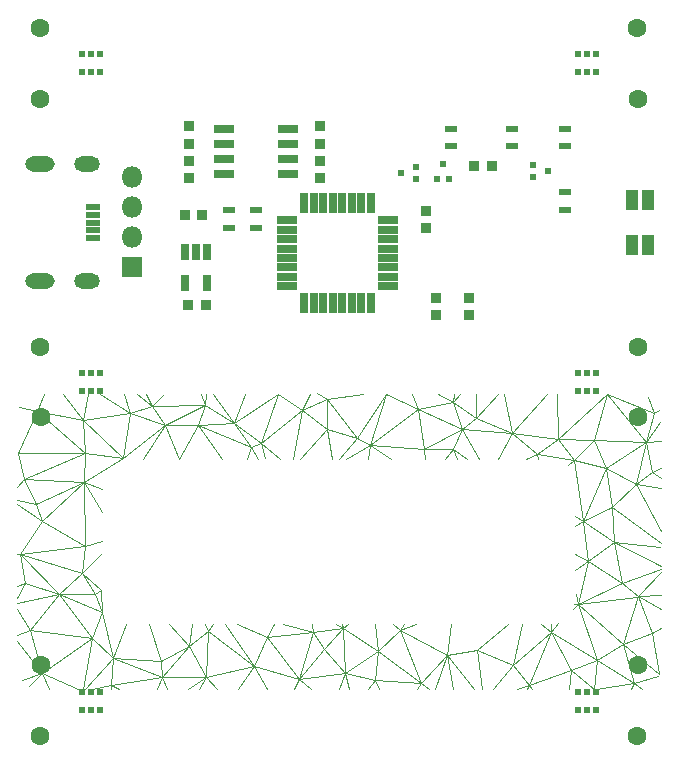
<source format=gts>
G04 #@! TF.GenerationSoftware,KiCad,Pcbnew,(5.1.4-0-10_14)*
G04 #@! TF.CreationDate,2019-11-04T12:37:15+13:00*
G04 #@! TF.ProjectId,rng-pcb,726e672d-7063-4622-9e6b-696361645f70,rev?*
G04 #@! TF.SameCoordinates,PX7bfa480PY77afa60*
G04 #@! TF.FileFunction,Soldermask,Top*
G04 #@! TF.FilePolarity,Negative*
%FSLAX46Y46*%
G04 Gerber Fmt 4.6, Leading zero omitted, Abs format (unit mm)*
G04 Created by KiCad (PCBNEW (5.1.4-0-10_14)) date 2019-11-04 12:37:15*
%MOMM*%
%LPD*%
G04 APERTURE LIST*
%ADD10C,0.120000*%
%ADD11C,0.601600*%
%ADD12C,1.601600*%
%ADD13O,2.501600X1.301600*%
%ADD14O,2.201600X1.301600*%
%ADD15R,1.151600X0.551600*%
%ADD16R,1.101600X1.701600*%
%ADD17O,1.801600X1.801600*%
%ADD18R,1.801600X1.801600*%
%ADD19R,1.651600X0.701600*%
%ADD20R,0.611600X0.501600*%
%ADD21R,0.501600X0.611600*%
%ADD22R,1.001600X0.601600*%
%ADD23R,0.851600X0.901600*%
%ADD24R,0.901600X0.851600*%
%ADD25R,1.701600X0.651600*%
%ADD26R,0.651600X1.701600*%
%ADD27R,0.751600X1.321600*%
G04 APERTURE END LIST*
D10*
X12950000Y11550000D02*
X13450000Y10500000D01*
X12950000Y11550000D02*
X12550000Y10500000D01*
X8700000Y10850000D02*
X12950000Y11550000D01*
X8700000Y10850000D02*
X9350000Y10500000D01*
X8700000Y10850000D02*
X8650000Y10500000D01*
X8700000Y10850000D02*
X8800000Y13150000D01*
X7050000Y10500000D02*
X8700000Y10850000D01*
X8800000Y13150000D02*
X6450000Y10500000D01*
X12900000Y12900000D02*
X8800000Y13150000D01*
X12950000Y11550000D02*
X12900000Y12900000D01*
X15300000Y14150000D02*
X12950000Y11550000D01*
X13600000Y16000000D02*
X15300000Y14150000D01*
X15300000Y14150000D02*
X15550000Y16000000D01*
X12900000Y12900000D02*
X15300000Y14150000D01*
X11900000Y16000000D02*
X12900000Y12900000D01*
X8800000Y13150000D02*
X9950000Y16000000D01*
X7950000Y17000000D02*
X8800000Y13150000D01*
X8800000Y13150000D02*
X7050000Y14850000D01*
X12950000Y11550000D02*
X8800000Y13150000D01*
X16750000Y11500000D02*
X12950000Y11550000D01*
X15200000Y10500000D02*
X16750000Y11500000D01*
X16750000Y11500000D02*
X16150000Y10500000D01*
X16750000Y11500000D02*
X17650000Y10500000D01*
X16850000Y15400000D02*
X16750000Y11500000D01*
X16750000Y11500000D02*
X20750000Y12450000D01*
X15300000Y14150000D02*
X16750000Y11500000D01*
X16850000Y15400000D02*
X15300000Y14150000D01*
X16650000Y16000000D02*
X16850000Y15400000D01*
X16850000Y15400000D02*
X17300000Y16000000D01*
X20750000Y12450000D02*
X16850000Y15400000D01*
X18300000Y16000000D02*
X20750000Y12450000D01*
X19300000Y16000000D02*
X21850000Y14900000D01*
X20750000Y12450000D02*
X19400000Y10500000D01*
X21900000Y10500000D02*
X20750000Y12450000D01*
X20750000Y12450000D02*
X24600000Y11350000D01*
X21850000Y14900000D02*
X20750000Y12450000D01*
X22450000Y16000000D02*
X21850000Y14900000D01*
X21850000Y14900000D02*
X25750000Y15350000D01*
X24600000Y11350000D02*
X21850000Y14900000D01*
X24150000Y10500000D02*
X24600000Y11350000D01*
X24600000Y11350000D02*
X25600000Y10500000D01*
X25750000Y15350000D02*
X24600000Y11350000D01*
X23200000Y16000000D02*
X25750000Y15350000D01*
X25750000Y15350000D02*
X25650000Y16000000D01*
X28450000Y11900000D02*
X28850000Y10500000D01*
X28450000Y11900000D02*
X28000000Y10500000D01*
X28300000Y15700000D02*
X28450000Y11900000D01*
X26700000Y13900000D02*
X28300000Y15700000D01*
X28450000Y11900000D02*
X26700000Y13900000D01*
X24600000Y11350000D02*
X28450000Y11900000D01*
X26700000Y13900000D02*
X24600000Y11350000D01*
X25750000Y15350000D02*
X26700000Y13900000D01*
X28300000Y15700000D02*
X25750000Y15350000D01*
X28300000Y15700000D02*
X27700000Y16000000D01*
X28300000Y15700000D02*
X28700000Y16000000D01*
X28300000Y15700000D02*
X28200000Y16000000D01*
X31300000Y13750000D02*
X28300000Y15700000D01*
X28450000Y11900000D02*
X31300000Y13750000D01*
X31050000Y11300000D02*
X28450000Y11900000D01*
X30450000Y10500000D02*
X31050000Y11300000D01*
X31050000Y11300000D02*
X31350000Y10500000D01*
X31050000Y11300000D02*
X34900000Y11000000D01*
X31300000Y13750000D02*
X31050000Y11300000D01*
X31000000Y16000000D02*
X31300000Y13750000D01*
X31300000Y13750000D02*
X33100000Y15500000D01*
X34900000Y11000000D02*
X31300000Y13750000D01*
X33100000Y15500000D02*
X34900000Y11000000D01*
X33100000Y15500000D02*
X37150000Y13350000D01*
X33100000Y15500000D02*
X34500000Y16000000D01*
X33100000Y15500000D02*
X33450000Y16000000D01*
X32550000Y16000000D02*
X33100000Y15500000D01*
X34900000Y11000000D02*
X34550000Y10500000D01*
X34900000Y11000000D02*
X35600000Y10500000D01*
X37150000Y13350000D02*
X34900000Y11000000D01*
X37150000Y13350000D02*
X36100000Y10500000D01*
X37150000Y13350000D02*
X37650000Y10500000D01*
X37150000Y13350000D02*
X39400000Y10500000D01*
X41050000Y10500000D02*
X42700000Y12500000D01*
X39650000Y13800000D02*
X40050000Y10500000D01*
X42700000Y12500000D02*
X39650000Y13800000D01*
X43450000Y16050000D02*
X42700000Y12500000D01*
X39650000Y13800000D02*
X42300000Y16000000D01*
X37150000Y13350000D02*
X39650000Y13800000D01*
X37500000Y16000000D02*
X37150000Y13350000D01*
X44100000Y10850000D02*
X43050000Y10500000D01*
X44100000Y10850000D02*
X43900000Y10500000D01*
X44100000Y10850000D02*
X44350000Y10500000D01*
X47650000Y12100000D02*
X44100000Y10850000D01*
X45900000Y15300000D02*
X47650000Y12100000D01*
X44100000Y10850000D02*
X45900000Y15300000D01*
X42700000Y12500000D02*
X44100000Y10850000D01*
X45900000Y15300000D02*
X42700000Y12500000D01*
X45900000Y15300000D02*
X45900000Y16000000D01*
X45100000Y16000000D02*
X45900000Y15300000D01*
X45900000Y15300000D02*
X49850000Y13000000D01*
X46550000Y16100000D02*
X45900000Y15300000D01*
X47650000Y12100000D02*
X47450000Y10500000D01*
X47650000Y12100000D02*
X49550000Y10500000D01*
X49850000Y13000000D02*
X47650000Y12100000D01*
X49850000Y13000000D02*
X52950000Y11000000D01*
X49550000Y10500000D02*
X49850000Y13000000D01*
X52950000Y11000000D02*
X49750000Y10500000D01*
X52950000Y11000000D02*
X52700000Y10500000D01*
X52950000Y11000000D02*
X53600000Y10550000D01*
X52050000Y14350000D02*
X55050000Y11750000D01*
X55100000Y11900000D02*
X54450000Y15250000D01*
X52950000Y11000000D02*
X55000000Y11600000D01*
X52050000Y14350000D02*
X52950000Y11000000D01*
X49850000Y13000000D02*
X52050000Y14350000D01*
X48250000Y17700000D02*
X49850000Y13000000D01*
X53200000Y18300000D02*
X48250000Y17700000D01*
X54450000Y15250000D02*
X55200000Y15650000D01*
X53250000Y18350000D02*
X52050000Y14350000D01*
X54450000Y15250000D02*
X53250000Y18350000D01*
X52050000Y14350000D02*
X54450000Y15250000D01*
X48250000Y17700000D02*
X52050000Y14350000D01*
X48250000Y17700000D02*
X47800000Y17250000D01*
X48250000Y17700000D02*
X47900000Y17700000D01*
X48250000Y17700000D02*
X48000000Y18550000D01*
X53250000Y18350000D02*
X51950000Y19450000D01*
X55200000Y17300000D02*
X53250000Y18350000D01*
X53250000Y18350000D02*
X55200000Y18500000D01*
X55200000Y20400000D02*
X53250000Y18350000D01*
X51900000Y19450000D02*
X55200000Y20700000D01*
X51900000Y19450000D02*
X49100000Y21350000D01*
X51300000Y22950000D02*
X55200000Y20950000D01*
X51900000Y19450000D02*
X51300000Y22950000D01*
X48250000Y17700000D02*
X51900000Y19450000D01*
X49100000Y21350000D02*
X48250000Y17700000D01*
X47950000Y20550000D02*
X49100000Y21350000D01*
X49100000Y21350000D02*
X48650000Y24700000D01*
X49100000Y21350000D02*
X47950000Y21900000D01*
X51300000Y22950000D02*
X49100000Y21350000D01*
X48650000Y24700000D02*
X51300000Y22950000D01*
X51300000Y22950000D02*
X51050000Y25950000D01*
X55150000Y22500000D02*
X51300000Y22950000D01*
X51050000Y25950000D02*
X55200000Y22900000D01*
X55200000Y23850000D02*
X53150000Y27900000D01*
X53150000Y27900000D02*
X55200000Y27500000D01*
X54500000Y28850000D02*
X55200000Y28400000D01*
X54500000Y28850000D02*
X55200000Y29250000D01*
X53150000Y27900000D02*
X54000000Y31450000D01*
X54500000Y28850000D02*
X53150000Y27900000D01*
X54000000Y31450000D02*
X54500000Y28850000D01*
X50600000Y29200000D02*
X54000000Y31450000D01*
X53150000Y27900000D02*
X50600000Y29200000D01*
X51050000Y25950000D02*
X53150000Y27900000D01*
X48650000Y24700000D02*
X47950000Y24350000D01*
X48650000Y24700000D02*
X47950000Y25150000D01*
X51050000Y25950000D02*
X48650000Y24700000D01*
X50600000Y29200000D02*
X51050000Y25950000D01*
X48650000Y24700000D02*
X50600000Y29200000D01*
X47900000Y29900000D02*
X48650000Y24700000D01*
X50600000Y29200000D02*
X47900000Y29900000D01*
X50600000Y29200000D02*
X49600000Y31600000D01*
X54650000Y33850000D02*
X50700000Y35500000D01*
X54100000Y35250000D02*
X54650000Y33850000D01*
X54650000Y33850000D02*
X55100000Y34100000D01*
X54000000Y31450000D02*
X54650000Y33850000D01*
X55150000Y33100000D02*
X54000000Y31450000D01*
X54000000Y31450000D02*
X55200000Y31500000D01*
X54000000Y31450000D02*
X49600000Y31600000D01*
X50700000Y35500000D02*
X54000000Y31450000D01*
X47900000Y29900000D02*
X47350000Y29450000D01*
X49550000Y31550000D02*
X47900000Y29900000D01*
X47900000Y29900000D02*
X46500000Y31700000D01*
X49600000Y31600000D02*
X46500000Y31700000D01*
X50700000Y35500000D02*
X49600000Y31600000D01*
X46500000Y31700000D02*
X50700000Y35500000D01*
X46450000Y35500000D02*
X46500000Y31700000D01*
X42650000Y32200000D02*
X45550000Y35500000D01*
X46500000Y31700000D02*
X42650000Y32200000D01*
X44750000Y30400000D02*
X46500000Y31700000D01*
X44750000Y30400000D02*
X47900000Y29900000D01*
X44750000Y30400000D02*
X44800000Y30000000D01*
X44750000Y30400000D02*
X43850000Y30000000D01*
X42650000Y32200000D02*
X44750000Y30400000D01*
X42650000Y32200000D02*
X41400000Y30000000D01*
X38350000Y32500000D02*
X38400000Y32500000D01*
X42650000Y32200000D02*
X38350000Y32500000D01*
X42650000Y32200000D02*
X41950000Y35500000D01*
X39600000Y33450000D02*
X42650000Y32200000D01*
X41400000Y35500000D02*
X39600000Y33450000D01*
X39600000Y33450000D02*
X39600000Y35500000D01*
X36950000Y30000000D02*
X37600000Y30800000D01*
X37600000Y30800000D02*
X38000000Y30000000D01*
X38800000Y30000000D02*
X37600000Y30800000D01*
X38350000Y32500000D02*
X39850000Y30000000D01*
X37600000Y30800000D02*
X38350000Y32500000D01*
X35150000Y30850000D02*
X37600000Y30800000D01*
X35150000Y30850000D02*
X35250000Y30000000D01*
X38350000Y32500000D02*
X35150000Y30850000D01*
X39600000Y33450000D02*
X38350000Y32500000D01*
X37650000Y34850000D02*
X39600000Y33450000D01*
X38350000Y32500000D02*
X37650000Y34850000D01*
X34650000Y34250000D02*
X38350000Y32500000D01*
X37650000Y34850000D02*
X34650000Y34250000D01*
X38200000Y35500000D02*
X37650000Y34850000D01*
X37650000Y34850000D02*
X37700000Y35500000D01*
X36350000Y35500000D02*
X37650000Y34850000D01*
X34650000Y34250000D02*
X34150000Y35500000D01*
X35150000Y30850000D02*
X34650000Y34250000D01*
X30600000Y31200000D02*
X35150000Y30850000D01*
X34650000Y34250000D02*
X30600000Y31200000D01*
X31950000Y35500000D02*
X34650000Y34250000D01*
X30600000Y31200000D02*
X32400000Y30000000D01*
X30600000Y31200000D02*
X30400000Y30000000D01*
X30600000Y31200000D02*
X28550000Y30000000D01*
X30600000Y31200000D02*
X29500000Y31800000D01*
X31950000Y35500000D02*
X30600000Y31200000D01*
X29500000Y31800000D02*
X31950000Y35500000D01*
X29500000Y31800000D02*
X28000000Y30000000D01*
X29500000Y31800000D02*
X27000000Y32550000D01*
X27000000Y35100000D02*
X29500000Y31800000D01*
X27000000Y35100000D02*
X30000000Y35500000D01*
X27000000Y32550000D02*
X27000000Y35100000D01*
X27000000Y32550000D02*
X27350000Y30000000D01*
X27000000Y32550000D02*
X24700000Y30000000D01*
X27000000Y32550000D02*
X24850000Y34150000D01*
X27000000Y35100000D02*
X24850000Y34150000D01*
X26150000Y35550000D02*
X27000000Y35100000D01*
X24850000Y34150000D02*
X25500000Y35500000D01*
X21350000Y31300000D02*
X23000000Y30000000D01*
X24850000Y34150000D02*
X24050000Y30000000D01*
X24850000Y34150000D02*
X22800000Y35500000D01*
X21350000Y31300000D02*
X24850000Y34150000D01*
X22800000Y35500000D02*
X21350000Y31300000D01*
X19100000Y33000000D02*
X22800000Y35500000D01*
X21350000Y31300000D02*
X19100000Y33000000D01*
X21350000Y31300000D02*
X21700000Y30050000D01*
X20500000Y31000000D02*
X21350000Y31300000D01*
X20500000Y31000000D02*
X21100000Y30000000D01*
X20500000Y31000000D02*
X20150000Y30000000D01*
X20500000Y31000000D02*
X19100000Y33000000D01*
X16000000Y32900000D02*
X20500000Y31000000D01*
X19100000Y33000000D02*
X16000000Y32900000D01*
X20050000Y35500000D02*
X19100000Y33000000D01*
X19100000Y33000000D02*
X17300000Y35500000D01*
X16600000Y34550000D02*
X19100000Y33000000D01*
X7850000Y18850000D02*
X7950000Y17050000D01*
X7300000Y18550000D02*
X7950000Y17050000D01*
X4300000Y18550000D02*
X7050000Y14850000D01*
X7950000Y17050000D02*
X4300000Y18550000D01*
X7050000Y14850000D02*
X7950000Y17050000D01*
X7050000Y14850000D02*
X6300000Y10550000D01*
X7050000Y14850000D02*
X1850000Y15500000D01*
X2800000Y11900000D02*
X7050000Y14850000D01*
X2800000Y11900000D02*
X5850000Y10500000D01*
X2800000Y11900000D02*
X3400000Y10500000D01*
X1700000Y10750000D02*
X2800000Y11900000D01*
X2800000Y11900000D02*
X1100000Y11300000D01*
X2800000Y11900000D02*
X700000Y14550000D01*
X1850000Y15500000D02*
X2800000Y11900000D01*
X1850000Y15500000D02*
X700000Y15050000D01*
X1850000Y15500000D02*
X700000Y17300000D01*
X4300000Y18550000D02*
X1850000Y15500000D01*
X4300000Y18550000D02*
X7300000Y18550000D01*
X7300000Y18550000D02*
X6250000Y20300000D01*
X7850000Y18850000D02*
X7300000Y18550000D01*
X6250000Y20300000D02*
X7850000Y18850000D01*
X4300000Y18550000D02*
X6250000Y20300000D01*
X700000Y17750000D02*
X4300000Y18550000D01*
X1350000Y19500000D02*
X700000Y18250000D01*
X1350000Y19500000D02*
X700000Y19200000D01*
X1350000Y19500000D02*
X950000Y21950000D01*
X4300000Y18550000D02*
X1350000Y19500000D01*
X950000Y21950000D02*
X4300000Y18550000D01*
X950000Y21950000D02*
X6500000Y22600000D01*
X950000Y21950000D02*
X2800000Y24750000D01*
X950000Y21950000D02*
X700000Y21950000D01*
X6250000Y20300000D02*
X950000Y21950000D01*
X6250000Y20300000D02*
X7900000Y22000000D01*
X6500000Y22600000D02*
X6250000Y20300000D01*
X2800000Y24750000D02*
X6500000Y22600000D01*
X7900000Y25500000D02*
X6350000Y28000000D01*
X6500000Y22600000D02*
X7900000Y23000000D01*
X6350000Y28000000D02*
X6500000Y22600000D01*
X6350000Y28000000D02*
X7900000Y27400000D01*
X2800000Y24750000D02*
X6350000Y28000000D01*
X2800000Y24750000D02*
X700000Y26200000D01*
X2300000Y26150000D02*
X2800000Y24750000D01*
X700000Y26550000D02*
X2300000Y26150000D01*
X1300000Y28300000D02*
X700000Y27600000D01*
X2300000Y26150000D02*
X1300000Y28300000D01*
X6350000Y28000000D02*
X2300000Y26150000D01*
X6350000Y28000000D02*
X9650000Y30050000D01*
X13250000Y32850000D02*
X11400000Y30000000D01*
X16000000Y32900000D02*
X18100000Y30000000D01*
X14400000Y30000000D02*
X16000000Y32900000D01*
X13250000Y32850000D02*
X14400000Y30000000D01*
X16000000Y32900000D02*
X13250000Y32850000D01*
X16600000Y34550000D02*
X16000000Y32900000D01*
X16600000Y34550000D02*
X16750000Y35500000D01*
X16300000Y35500000D02*
X16600000Y34550000D01*
X16600000Y34550000D02*
X12150000Y34500000D01*
X13250000Y32850000D02*
X16600000Y34550000D01*
X12150000Y34500000D02*
X13250000Y32850000D01*
X12150000Y34500000D02*
X13200000Y35500000D01*
X11600000Y35500000D02*
X12150000Y34500000D01*
X12150000Y34500000D02*
X10900000Y35500000D01*
X10250000Y33900000D02*
X12150000Y34500000D01*
X13250000Y32850000D02*
X10250000Y33900000D01*
X9650000Y30050000D02*
X13250000Y32850000D01*
X6500000Y30500000D02*
X9650000Y30050000D01*
X9650000Y30050000D02*
X6300000Y33250000D01*
X10250000Y33900000D02*
X9650000Y30050000D01*
X9800000Y35500000D02*
X10250000Y33900000D01*
X10250000Y33900000D02*
X7750000Y35500000D01*
X6300000Y33250000D02*
X10250000Y33900000D01*
X6750000Y35500000D02*
X6300000Y33250000D01*
X6300000Y33250000D02*
X4650000Y35500000D01*
X6500000Y30500000D02*
X1300000Y28300000D01*
X1300000Y28300000D02*
X800000Y30500000D01*
X6350000Y28000000D02*
X1300000Y28300000D01*
X6500000Y30500000D02*
X6350000Y28000000D01*
X6300000Y33250000D02*
X6500000Y30500000D01*
X2400000Y34050000D02*
X6300000Y33250000D01*
X6500000Y30500000D02*
X2400000Y34050000D01*
X800000Y30500000D02*
X6500000Y30500000D01*
X2400000Y34050000D02*
X800000Y30500000D01*
X2400000Y34050000D02*
X3000000Y35500000D01*
X900000Y34350000D02*
X2400000Y34050000D01*
D11*
X49700000Y8750000D03*
X48200000Y8750000D03*
X48200000Y10250000D03*
X49700000Y10250000D03*
X48950000Y8750000D03*
X48950000Y10250000D03*
X7700000Y8750000D03*
X6200000Y8750000D03*
X6200000Y10250000D03*
X7700000Y10250000D03*
X6950000Y8750000D03*
X6950000Y10250000D03*
X7700000Y35750000D03*
X6200000Y35750000D03*
X6200000Y37250000D03*
X7700000Y37250000D03*
X6950000Y35750000D03*
X6950000Y37250000D03*
X49700000Y35750000D03*
X48200000Y35750000D03*
X48200000Y37250000D03*
X49700000Y37250000D03*
X48950000Y35750000D03*
X48950000Y37250000D03*
X49700000Y62750000D03*
X48200000Y62750000D03*
X48200000Y64250000D03*
X49700000Y64250000D03*
X48950000Y62750000D03*
X48950000Y64250000D03*
X7700000Y62750000D03*
X6200000Y62750000D03*
X6200000Y64250000D03*
X7700000Y64250000D03*
X6950000Y62750000D03*
X6950000Y64250000D03*
D12*
X53200000Y6500000D03*
X2700000Y6500000D03*
X53250000Y12500000D03*
X2750000Y12500000D03*
X2700000Y66500000D03*
X53200000Y66500000D03*
X53250000Y39500000D03*
X2700000Y39500000D03*
D13*
X2650000Y54950000D03*
D14*
X6650000Y54950000D03*
D13*
X2650000Y45050000D03*
D14*
X6650000Y45050000D03*
D15*
X7175000Y51300000D03*
X7175000Y50650000D03*
X7175000Y50000000D03*
X7175000Y49350000D03*
X7175000Y48700000D03*
D16*
X54150000Y51900000D03*
X54150000Y48100000D03*
X52750000Y51900000D03*
X52750000Y48100000D03*
D12*
X53250000Y33500000D03*
X2750000Y33500000D03*
X2700000Y60500000D03*
X53250000Y60500000D03*
D17*
X10450000Y53820000D03*
X10450000Y51280000D03*
X10450000Y48740000D03*
D18*
X10450000Y46200000D03*
D19*
X18250000Y57905000D03*
X18250000Y56635000D03*
X18250000Y55365000D03*
X18250000Y54095000D03*
X23650000Y54095000D03*
X23650000Y55365000D03*
X23650000Y56635000D03*
X23650000Y57905000D03*
D20*
X45695000Y54400000D03*
X44405000Y53900000D03*
X44405000Y54900000D03*
D21*
X36750000Y54945000D03*
X37250000Y53655000D03*
X36250000Y53655000D03*
D20*
X33205000Y54200000D03*
X34495000Y54700000D03*
X34495000Y53700000D03*
D22*
X18700000Y51050000D03*
X18700000Y49550000D03*
D23*
X15250000Y56650000D03*
X15250000Y58150000D03*
D22*
X47150000Y51050000D03*
X47150000Y52550000D03*
X47150000Y56450000D03*
X47150000Y57950000D03*
X42650000Y56450000D03*
X42650000Y57950000D03*
X37450000Y56450000D03*
X37450000Y57950000D03*
X20950000Y49550000D03*
X20950000Y51050000D03*
D24*
X39400000Y54800000D03*
X40900000Y54800000D03*
D23*
X26350000Y58150000D03*
X26350000Y56650000D03*
X26350000Y55250000D03*
X26350000Y53750000D03*
D24*
X16700000Y43000000D03*
X15200000Y43000000D03*
D23*
X36150000Y42150000D03*
X36150000Y43650000D03*
X35350000Y51000000D03*
X35350000Y49500000D03*
X39000000Y42150000D03*
X39000000Y43650000D03*
X15250000Y55250000D03*
X15250000Y53750000D03*
D24*
X14900000Y50600000D03*
X16400000Y50600000D03*
D25*
X32100000Y44600000D03*
X32100000Y45400000D03*
X32100000Y46200000D03*
X32100000Y47000000D03*
X32100000Y47800000D03*
X32100000Y48600000D03*
X32100000Y49400000D03*
X32100000Y50200000D03*
D26*
X30650000Y51650000D03*
X29850000Y51650000D03*
X29050000Y51650000D03*
X28250000Y51650000D03*
X27450000Y51650000D03*
X26650000Y51650000D03*
X25850000Y51650000D03*
X25050000Y51650000D03*
D25*
X23600000Y50200000D03*
X23600000Y49400000D03*
X23600000Y48600000D03*
X23600000Y47800000D03*
X23600000Y47000000D03*
X23600000Y46200000D03*
X23600000Y45400000D03*
X23600000Y44600000D03*
D26*
X25050000Y43150000D03*
X25850000Y43150000D03*
X26650000Y43150000D03*
X27450000Y43150000D03*
X28250000Y43150000D03*
X29050000Y43150000D03*
X29850000Y43150000D03*
X30650000Y43150000D03*
D27*
X16800000Y47510000D03*
X15850000Y47510000D03*
X14900000Y47510000D03*
X14900000Y44890000D03*
X16800000Y44890000D03*
M02*

</source>
